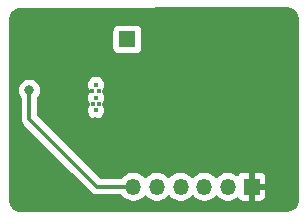
<source format=gbr>
%TF.GenerationSoftware,KiCad,Pcbnew,7.0.8*%
%TF.CreationDate,2024-10-13T16:36:08-04:00*%
%TF.ProjectId,Untitled,556e7469-746c-4656-942e-6b696361645f,rev?*%
%TF.SameCoordinates,Original*%
%TF.FileFunction,Copper,L2,Bot*%
%TF.FilePolarity,Positive*%
%FSLAX46Y46*%
G04 Gerber Fmt 4.6, Leading zero omitted, Abs format (unit mm)*
G04 Created by KiCad (PCBNEW 7.0.8) date 2024-10-13 16:36:08*
%MOMM*%
%LPD*%
G01*
G04 APERTURE LIST*
%TA.AperFunction,ComponentPad*%
%ADD10C,0.400000*%
%TD*%
%TA.AperFunction,ComponentPad*%
%ADD11R,1.350000X1.350000*%
%TD*%
%TA.AperFunction,ComponentPad*%
%ADD12O,1.350000X1.350000*%
%TD*%
%TA.AperFunction,ViaPad*%
%ADD13C,0.800000*%
%TD*%
%TA.AperFunction,ViaPad*%
%ADD14C,0.400000*%
%TD*%
%TA.AperFunction,Conductor*%
%ADD15C,0.250000*%
%TD*%
%TA.AperFunction,Conductor*%
%ADD16C,0.300000*%
%TD*%
G04 APERTURE END LIST*
D10*
%TO.P,PS1,16*%
%TO.N,N/C*%
X119240000Y-80657500D03*
%TO.P,PS1,15*%
X119240000Y-81732500D03*
%TO.P,PS1,14*%
X119240000Y-82807500D03*
%TD*%
D11*
%TO.P,J2,1,Pin_1*%
%TO.N,-5v*%
X121900000Y-76800000D03*
%TD*%
%TO.P,J1,1,Pin_1*%
%TO.N,GND*%
X132420000Y-89260000D03*
D12*
%TO.P,J1,2,Pin_2*%
%TO.N,MISO*%
X130420000Y-89260000D03*
%TO.P,J1,3,Pin_3*%
%TO.N,MOSI*%
X128420000Y-89260000D03*
%TO.P,J1,4,Pin_4*%
%TO.N,Sync'*%
X126420000Y-89260000D03*
%TO.P,J1,5,Pin_5*%
%TO.N,Sclk*%
X124420000Y-89260000D03*
%TO.P,J1,6,Pin_6*%
%TO.N,Vin*%
X122420000Y-89260000D03*
%TD*%
D13*
%TO.N,GND*%
X124540000Y-86750000D03*
X126370000Y-84790000D03*
X124490000Y-84900000D03*
X126160000Y-83130000D03*
X124180000Y-83130000D03*
X124800000Y-81810000D03*
X123000000Y-81420000D03*
%TO.N,Vin*%
X113610000Y-81120000D03*
D14*
%TO.N,GND*%
X119530000Y-81190000D03*
X118940000Y-81190000D03*
X119490000Y-82250000D03*
X119020000Y-82260000D03*
D13*
X133870000Y-76520000D03*
X125110000Y-75910000D03*
X123950000Y-78620000D03*
X117180000Y-85007500D03*
X121720000Y-85280000D03*
X116200000Y-78297500D03*
X114240000Y-79867500D03*
X119200000Y-83777500D03*
%TD*%
D15*
%TO.N,GND*%
X123000000Y-81420000D02*
X123000000Y-79570000D01*
X123000000Y-79570000D02*
X123950000Y-78620000D01*
D16*
%TO.N,Vin*%
X122420000Y-89260000D02*
X119340000Y-89260000D01*
X119340000Y-89260000D02*
X113610000Y-83530000D01*
X113610000Y-83530000D02*
X113610000Y-81120000D01*
%TD*%
%TA.AperFunction,Conductor*%
%TO.N,GND*%
G36*
X135431512Y-74071961D02*
G01*
X135435268Y-74072285D01*
X135474840Y-74075701D01*
X135600559Y-74087923D01*
X135620513Y-74091530D01*
X135680050Y-74107418D01*
X135688040Y-74109551D01*
X135699163Y-74112913D01*
X135780541Y-74137510D01*
X135796948Y-74143771D01*
X135864985Y-74175424D01*
X135867997Y-74176927D01*
X135951500Y-74221472D01*
X135957827Y-74225351D01*
X135990370Y-74248102D01*
X136024490Y-74271956D01*
X136028253Y-74274806D01*
X136100166Y-74333742D01*
X136104662Y-74337811D01*
X136155975Y-74389063D01*
X136162567Y-74395647D01*
X136166661Y-74400159D01*
X136225669Y-74471984D01*
X136228535Y-74475758D01*
X136275206Y-74542346D01*
X136279102Y-74548683D01*
X136323754Y-74632147D01*
X136325265Y-74635168D01*
X136356985Y-74703135D01*
X136363270Y-74719548D01*
X136391343Y-74812024D01*
X136409440Y-74879512D01*
X136413073Y-74899467D01*
X136425312Y-75023654D01*
X136429264Y-75068802D01*
X136429500Y-75074211D01*
X136429500Y-90378519D01*
X136429264Y-90383923D01*
X136425482Y-90427164D01*
X136413137Y-90552717D01*
X136409513Y-90572652D01*
X136391479Y-90640014D01*
X136363481Y-90732377D01*
X136357212Y-90748774D01*
X136325595Y-90816636D01*
X136324084Y-90819659D01*
X136279561Y-90903029D01*
X136275672Y-90909366D01*
X136229142Y-90975883D01*
X136226284Y-90979654D01*
X136167435Y-91051437D01*
X136163353Y-91055946D01*
X136105628Y-91113741D01*
X136101122Y-91117830D01*
X136029402Y-91176770D01*
X136025635Y-91179633D01*
X135959181Y-91226236D01*
X135952850Y-91230133D01*
X135869539Y-91274754D01*
X135866516Y-91276268D01*
X135798681Y-91307972D01*
X135782293Y-91314260D01*
X135689969Y-91342366D01*
X135622615Y-91360486D01*
X135602697Y-91364133D01*
X135478683Y-91376491D01*
X135433662Y-91380481D01*
X135428262Y-91380724D01*
X112893935Y-91408272D01*
X112888522Y-91408042D01*
X112845219Y-91404303D01*
X112719448Y-91392076D01*
X112699473Y-91388465D01*
X112631959Y-91370448D01*
X112539471Y-91342492D01*
X112523042Y-91336224D01*
X112455030Y-91304582D01*
X112452002Y-91303071D01*
X112368507Y-91258532D01*
X112362163Y-91254642D01*
X112327106Y-91230133D01*
X112295508Y-91208042D01*
X112291739Y-91205187D01*
X112219835Y-91146259D01*
X112215335Y-91142186D01*
X112157428Y-91084348D01*
X112153337Y-91079839D01*
X112133708Y-91055946D01*
X112094323Y-91008006D01*
X112091470Y-91004250D01*
X112044787Y-90937645D01*
X112040896Y-90931315D01*
X111996244Y-90847851D01*
X111994747Y-90844860D01*
X111963007Y-90776850D01*
X111956735Y-90760471D01*
X111928655Y-90667972D01*
X111910559Y-90600487D01*
X111906927Y-90580542D01*
X111894694Y-90456416D01*
X111890736Y-90411198D01*
X111890500Y-90405791D01*
X111890500Y-81120000D01*
X112704540Y-81120000D01*
X112724326Y-81308256D01*
X112724327Y-81308259D01*
X112782818Y-81488277D01*
X112782821Y-81488284D01*
X112877466Y-81652215D01*
X112927649Y-81707948D01*
X112957880Y-81770940D01*
X112959500Y-81790921D01*
X112959500Y-83444494D01*
X112957732Y-83460505D01*
X112957974Y-83460528D01*
X112957240Y-83468294D01*
X112959500Y-83540203D01*
X112959500Y-83570920D01*
X112959501Y-83570940D01*
X112960418Y-83578206D01*
X112960876Y-83584024D01*
X112962402Y-83632567D01*
X112962403Y-83632570D01*
X112968323Y-83652948D01*
X112972268Y-83671996D01*
X112974928Y-83693054D01*
X112974931Y-83693064D01*
X112992813Y-83738230D01*
X112994705Y-83743758D01*
X113008254Y-83790395D01*
X113008255Y-83790397D01*
X113019060Y-83808666D01*
X113027617Y-83826134D01*
X113033226Y-83840300D01*
X113035432Y-83845872D01*
X113063983Y-83885170D01*
X113067188Y-83890049D01*
X113091919Y-83931865D01*
X113091923Y-83931869D01*
X113106925Y-83946871D01*
X113119563Y-83961669D01*
X113132033Y-83978833D01*
X113132036Y-83978836D01*
X113132037Y-83978837D01*
X113169476Y-84009809D01*
X113173776Y-84013722D01*
X117244554Y-88084500D01*
X118819564Y-89659510D01*
X118829635Y-89672080D01*
X118829822Y-89671926D01*
X118834796Y-89677937D01*
X118834798Y-89677940D01*
X118863345Y-89704748D01*
X118887243Y-89727190D01*
X118908966Y-89748912D01*
X118914758Y-89753405D01*
X118919198Y-89757198D01*
X118935260Y-89772280D01*
X118954607Y-89790448D01*
X118973198Y-89800668D01*
X118989463Y-89811352D01*
X119006234Y-89824361D01*
X119006237Y-89824363D01*
X119050827Y-89843658D01*
X119056056Y-89846220D01*
X119098632Y-89869627D01*
X119119193Y-89874905D01*
X119137597Y-89881207D01*
X119157074Y-89889636D01*
X119194927Y-89895630D01*
X119205054Y-89897235D01*
X119210764Y-89898417D01*
X119257823Y-89910500D01*
X119279045Y-89910500D01*
X119298442Y-89912026D01*
X119319405Y-89915347D01*
X119367772Y-89910774D01*
X119373609Y-89910500D01*
X121376465Y-89910500D01*
X121443504Y-89930185D01*
X121475418Y-89959773D01*
X121547573Y-90055322D01*
X121708568Y-90202088D01*
X121708575Y-90202092D01*
X121708576Y-90202093D01*
X121893786Y-90316770D01*
X121893792Y-90316773D01*
X121916664Y-90325633D01*
X122096931Y-90395470D01*
X122311074Y-90435500D01*
X122311076Y-90435500D01*
X122528924Y-90435500D01*
X122528926Y-90435500D01*
X122743069Y-90395470D01*
X122946210Y-90316772D01*
X123131432Y-90202088D01*
X123292427Y-90055322D01*
X123321047Y-90017422D01*
X123377153Y-89975787D01*
X123446865Y-89971094D01*
X123508048Y-90004836D01*
X123518946Y-90017414D01*
X123547573Y-90055322D01*
X123708568Y-90202088D01*
X123708575Y-90202092D01*
X123708576Y-90202093D01*
X123893786Y-90316770D01*
X123893792Y-90316773D01*
X123916664Y-90325633D01*
X124096931Y-90395470D01*
X124311074Y-90435500D01*
X124311076Y-90435500D01*
X124528924Y-90435500D01*
X124528926Y-90435500D01*
X124743069Y-90395470D01*
X124946210Y-90316772D01*
X125131432Y-90202088D01*
X125292427Y-90055322D01*
X125321047Y-90017422D01*
X125377153Y-89975787D01*
X125446865Y-89971094D01*
X125508048Y-90004836D01*
X125518946Y-90017414D01*
X125547573Y-90055322D01*
X125708568Y-90202088D01*
X125708575Y-90202092D01*
X125708576Y-90202093D01*
X125893786Y-90316770D01*
X125893792Y-90316773D01*
X125916664Y-90325633D01*
X126096931Y-90395470D01*
X126311074Y-90435500D01*
X126311076Y-90435500D01*
X126528924Y-90435500D01*
X126528926Y-90435500D01*
X126743069Y-90395470D01*
X126946210Y-90316772D01*
X127131432Y-90202088D01*
X127292427Y-90055322D01*
X127321047Y-90017422D01*
X127377153Y-89975787D01*
X127446865Y-89971094D01*
X127508048Y-90004836D01*
X127518946Y-90017414D01*
X127547573Y-90055322D01*
X127708568Y-90202088D01*
X127708575Y-90202092D01*
X127708576Y-90202093D01*
X127893786Y-90316770D01*
X127893792Y-90316773D01*
X127916664Y-90325633D01*
X128096931Y-90395470D01*
X128311074Y-90435500D01*
X128311076Y-90435500D01*
X128528924Y-90435500D01*
X128528926Y-90435500D01*
X128743069Y-90395470D01*
X128946210Y-90316772D01*
X129131432Y-90202088D01*
X129292427Y-90055322D01*
X129321047Y-90017422D01*
X129377153Y-89975787D01*
X129446865Y-89971094D01*
X129508048Y-90004836D01*
X129518946Y-90017414D01*
X129547573Y-90055322D01*
X129708568Y-90202088D01*
X129708575Y-90202092D01*
X129708576Y-90202093D01*
X129893786Y-90316770D01*
X129893792Y-90316773D01*
X129916664Y-90325633D01*
X130096931Y-90395470D01*
X130311074Y-90435500D01*
X130311076Y-90435500D01*
X130528924Y-90435500D01*
X130528926Y-90435500D01*
X130743069Y-90395470D01*
X130946210Y-90316772D01*
X131131432Y-90202088D01*
X131142779Y-90191743D01*
X131205579Y-90161125D01*
X131274966Y-90169319D01*
X131325585Y-90209067D01*
X131387809Y-90292187D01*
X131387812Y-90292190D01*
X131502906Y-90378350D01*
X131502913Y-90378354D01*
X131637620Y-90428596D01*
X131637627Y-90428598D01*
X131697155Y-90434999D01*
X131697172Y-90435000D01*
X132170000Y-90435000D01*
X132170000Y-89575686D01*
X132181955Y-89587641D01*
X132294852Y-89645165D01*
X132388519Y-89660000D01*
X132451481Y-89660000D01*
X132545148Y-89645165D01*
X132658045Y-89587641D01*
X132670000Y-89575686D01*
X132670000Y-90435000D01*
X133142828Y-90435000D01*
X133142844Y-90434999D01*
X133202372Y-90428598D01*
X133202379Y-90428596D01*
X133337086Y-90378354D01*
X133337093Y-90378350D01*
X133452187Y-90292190D01*
X133452190Y-90292187D01*
X133538350Y-90177093D01*
X133538354Y-90177086D01*
X133588596Y-90042379D01*
X133588598Y-90042372D01*
X133594999Y-89982844D01*
X133595000Y-89982827D01*
X133595000Y-89510000D01*
X132735686Y-89510000D01*
X132747641Y-89498045D01*
X132805165Y-89385148D01*
X132824986Y-89260000D01*
X132805165Y-89134852D01*
X132747641Y-89021955D01*
X132735686Y-89010000D01*
X133595000Y-89010000D01*
X133595000Y-88537172D01*
X133594999Y-88537155D01*
X133588598Y-88477627D01*
X133588596Y-88477620D01*
X133538354Y-88342913D01*
X133538350Y-88342906D01*
X133452190Y-88227812D01*
X133452187Y-88227809D01*
X133337093Y-88141649D01*
X133337086Y-88141645D01*
X133202379Y-88091403D01*
X133202372Y-88091401D01*
X133142844Y-88085000D01*
X132670000Y-88085000D01*
X132670000Y-88944314D01*
X132658045Y-88932359D01*
X132545148Y-88874835D01*
X132451481Y-88860000D01*
X132388519Y-88860000D01*
X132294852Y-88874835D01*
X132181955Y-88932359D01*
X132170000Y-88944314D01*
X132170000Y-88085000D01*
X131697155Y-88085000D01*
X131637627Y-88091401D01*
X131637620Y-88091403D01*
X131502913Y-88141645D01*
X131502906Y-88141649D01*
X131387812Y-88227809D01*
X131325585Y-88310933D01*
X131269651Y-88352803D01*
X131199959Y-88357787D01*
X131142781Y-88328258D01*
X131131432Y-88317912D01*
X131131429Y-88317910D01*
X131131428Y-88317909D01*
X130946213Y-88203229D01*
X130946207Y-88203226D01*
X130861113Y-88170260D01*
X130743069Y-88124530D01*
X130528926Y-88084500D01*
X130311074Y-88084500D01*
X130096931Y-88124530D01*
X130052753Y-88141645D01*
X129893792Y-88203226D01*
X129893786Y-88203229D01*
X129708576Y-88317906D01*
X129708566Y-88317913D01*
X129547573Y-88464676D01*
X129518953Y-88502576D01*
X129462844Y-88544211D01*
X129393132Y-88548902D01*
X129331950Y-88515159D01*
X129321047Y-88502576D01*
X129292426Y-88464676D01*
X129131433Y-88317913D01*
X129131423Y-88317906D01*
X128946213Y-88203229D01*
X128946207Y-88203226D01*
X128861113Y-88170260D01*
X128743069Y-88124530D01*
X128528926Y-88084500D01*
X128311074Y-88084500D01*
X128096931Y-88124530D01*
X128052753Y-88141645D01*
X127893792Y-88203226D01*
X127893786Y-88203229D01*
X127708576Y-88317906D01*
X127708566Y-88317913D01*
X127547573Y-88464676D01*
X127518953Y-88502576D01*
X127462844Y-88544211D01*
X127393132Y-88548902D01*
X127331950Y-88515159D01*
X127321047Y-88502576D01*
X127292426Y-88464676D01*
X127131433Y-88317913D01*
X127131423Y-88317906D01*
X126946213Y-88203229D01*
X126946207Y-88203226D01*
X126861113Y-88170260D01*
X126743069Y-88124530D01*
X126528926Y-88084500D01*
X126311074Y-88084500D01*
X126096931Y-88124530D01*
X126052753Y-88141645D01*
X125893792Y-88203226D01*
X125893786Y-88203229D01*
X125708576Y-88317906D01*
X125708566Y-88317913D01*
X125547573Y-88464676D01*
X125518953Y-88502576D01*
X125462844Y-88544211D01*
X125393132Y-88548902D01*
X125331950Y-88515159D01*
X125321047Y-88502576D01*
X125292426Y-88464676D01*
X125131433Y-88317913D01*
X125131423Y-88317906D01*
X124946213Y-88203229D01*
X124946207Y-88203226D01*
X124861113Y-88170260D01*
X124743069Y-88124530D01*
X124528926Y-88084500D01*
X124311074Y-88084500D01*
X124096931Y-88124530D01*
X124052753Y-88141645D01*
X123893792Y-88203226D01*
X123893786Y-88203229D01*
X123708576Y-88317906D01*
X123708566Y-88317913D01*
X123547573Y-88464676D01*
X123518953Y-88502576D01*
X123462844Y-88544211D01*
X123393132Y-88548902D01*
X123331950Y-88515159D01*
X123321047Y-88502576D01*
X123292426Y-88464676D01*
X123131433Y-88317913D01*
X123131423Y-88317906D01*
X122946213Y-88203229D01*
X122946207Y-88203226D01*
X122861113Y-88170260D01*
X122743069Y-88124530D01*
X122528926Y-88084500D01*
X122311074Y-88084500D01*
X122096931Y-88124530D01*
X122052753Y-88141645D01*
X121893792Y-88203226D01*
X121893786Y-88203229D01*
X121708576Y-88317906D01*
X121708566Y-88317913D01*
X121547578Y-88464672D01*
X121547571Y-88464680D01*
X121475419Y-88560226D01*
X121419310Y-88601863D01*
X121376465Y-88609500D01*
X119660808Y-88609500D01*
X119593769Y-88589815D01*
X119573127Y-88573181D01*
X114296819Y-83296873D01*
X114263334Y-83235550D01*
X114260500Y-83209192D01*
X114260500Y-82807500D01*
X118534355Y-82807500D01*
X118554859Y-82976369D01*
X118554860Y-82976374D01*
X118615182Y-83135431D01*
X118677475Y-83225677D01*
X118711817Y-83275429D01*
X118817505Y-83369060D01*
X118839150Y-83388236D01*
X118946341Y-83444494D01*
X118989775Y-83467290D01*
X119154944Y-83508000D01*
X119325056Y-83508000D01*
X119490225Y-83467290D01*
X119569692Y-83425581D01*
X119640849Y-83388236D01*
X119640850Y-83388234D01*
X119640852Y-83388234D01*
X119768183Y-83275429D01*
X119864818Y-83135430D01*
X119925140Y-82976372D01*
X119945645Y-82807500D01*
X119925140Y-82638628D01*
X119864818Y-82479570D01*
X119864817Y-82479568D01*
X119864816Y-82479566D01*
X119807844Y-82397030D01*
X119768782Y-82340439D01*
X119746899Y-82274086D01*
X119764364Y-82206435D01*
X119768775Y-82199569D01*
X119864818Y-82060430D01*
X119925140Y-81901372D01*
X119945645Y-81732500D01*
X119925140Y-81563628D01*
X119864818Y-81404570D01*
X119864817Y-81404568D01*
X119864816Y-81404566D01*
X119798337Y-81308256D01*
X119768782Y-81265439D01*
X119746899Y-81199086D01*
X119764364Y-81131435D01*
X119768775Y-81124569D01*
X119864818Y-80985430D01*
X119925140Y-80826372D01*
X119945645Y-80657500D01*
X119925140Y-80488628D01*
X119864818Y-80329570D01*
X119768183Y-80189571D01*
X119640852Y-80076766D01*
X119640849Y-80076763D01*
X119490226Y-79997710D01*
X119325056Y-79957000D01*
X119154944Y-79957000D01*
X118989773Y-79997710D01*
X118839150Y-80076763D01*
X118711816Y-80189572D01*
X118615182Y-80329568D01*
X118554860Y-80488625D01*
X118554859Y-80488630D01*
X118534355Y-80657500D01*
X118554859Y-80826369D01*
X118554860Y-80826374D01*
X118615182Y-80985431D01*
X118711217Y-81124560D01*
X118733100Y-81190914D01*
X118715635Y-81258566D01*
X118711217Y-81265440D01*
X118615182Y-81404568D01*
X118554860Y-81563625D01*
X118554859Y-81563630D01*
X118534355Y-81732500D01*
X118554859Y-81901369D01*
X118554860Y-81901374D01*
X118615182Y-82060431D01*
X118711217Y-82199560D01*
X118733100Y-82265914D01*
X118715635Y-82333566D01*
X118711217Y-82340440D01*
X118615182Y-82479568D01*
X118554860Y-82638625D01*
X118554859Y-82638630D01*
X118534355Y-82807500D01*
X114260500Y-82807500D01*
X114260500Y-81790921D01*
X114280185Y-81723882D01*
X114292351Y-81707948D01*
X114342533Y-81652216D01*
X114437179Y-81488284D01*
X114495674Y-81308256D01*
X114515460Y-81120000D01*
X114495674Y-80931744D01*
X114437179Y-80751716D01*
X114342533Y-80587784D01*
X114215871Y-80447112D01*
X114215870Y-80447111D01*
X114062734Y-80335851D01*
X114062729Y-80335848D01*
X113889807Y-80258857D01*
X113889802Y-80258855D01*
X113744001Y-80227865D01*
X113704646Y-80219500D01*
X113515354Y-80219500D01*
X113482897Y-80226398D01*
X113330197Y-80258855D01*
X113330192Y-80258857D01*
X113157270Y-80335848D01*
X113157265Y-80335851D01*
X113004129Y-80447111D01*
X112877466Y-80587785D01*
X112782821Y-80751715D01*
X112782818Y-80751722D01*
X112724327Y-80931740D01*
X112724326Y-80931744D01*
X112704540Y-81120000D01*
X111890500Y-81120000D01*
X111890500Y-77522870D01*
X120724500Y-77522870D01*
X120724501Y-77522876D01*
X120730908Y-77582483D01*
X120781202Y-77717328D01*
X120781206Y-77717335D01*
X120867452Y-77832544D01*
X120867455Y-77832547D01*
X120982664Y-77918793D01*
X120982671Y-77918797D01*
X121117517Y-77969091D01*
X121117516Y-77969091D01*
X121124444Y-77969835D01*
X121177127Y-77975500D01*
X122622872Y-77975499D01*
X122682483Y-77969091D01*
X122817331Y-77918796D01*
X122932546Y-77832546D01*
X123018796Y-77717331D01*
X123069091Y-77582483D01*
X123075500Y-77522873D01*
X123075499Y-76077128D01*
X123069091Y-76017517D01*
X123018796Y-75882669D01*
X123018795Y-75882668D01*
X123018793Y-75882664D01*
X122932547Y-75767455D01*
X122932544Y-75767452D01*
X122817335Y-75681206D01*
X122817328Y-75681202D01*
X122682482Y-75630908D01*
X122682483Y-75630908D01*
X122622883Y-75624501D01*
X122622881Y-75624500D01*
X122622873Y-75624500D01*
X122622864Y-75624500D01*
X121177129Y-75624500D01*
X121177123Y-75624501D01*
X121117516Y-75630908D01*
X120982671Y-75681202D01*
X120982664Y-75681206D01*
X120867455Y-75767452D01*
X120867452Y-75767455D01*
X120781206Y-75882664D01*
X120781202Y-75882671D01*
X120730908Y-76017517D01*
X120724501Y-76077116D01*
X120724501Y-76077123D01*
X120724500Y-76077135D01*
X120724500Y-77522870D01*
X111890500Y-77522870D01*
X111890500Y-75101487D01*
X111890736Y-75096086D01*
X111892648Y-75074211D01*
X111894519Y-75052802D01*
X111906862Y-74927272D01*
X111910482Y-74907355D01*
X111928524Y-74839973D01*
X111956523Y-74747603D01*
X111962777Y-74731246D01*
X111994442Y-74663283D01*
X111995895Y-74660375D01*
X112040443Y-74576958D01*
X112044312Y-74570654D01*
X112090883Y-74504079D01*
X112093688Y-74500377D01*
X112152579Y-74428543D01*
X112156625Y-74424073D01*
X112214402Y-74366227D01*
X112218853Y-74362188D01*
X112290619Y-74303210D01*
X112294312Y-74300403D01*
X112360824Y-74253757D01*
X112367135Y-74249872D01*
X112450515Y-74205215D01*
X112453436Y-74203752D01*
X112521333Y-74172019D01*
X112537697Y-74165741D01*
X112630000Y-74137641D01*
X112697396Y-74119509D01*
X112717289Y-74115867D01*
X112841237Y-74103515D01*
X112886347Y-74099516D01*
X112891725Y-74099274D01*
X135403627Y-74071754D01*
X135403840Y-74071796D01*
X135425998Y-74071732D01*
X135431512Y-74071961D01*
G37*
%TD.AperFunction*%
%TD*%
M02*

</source>
